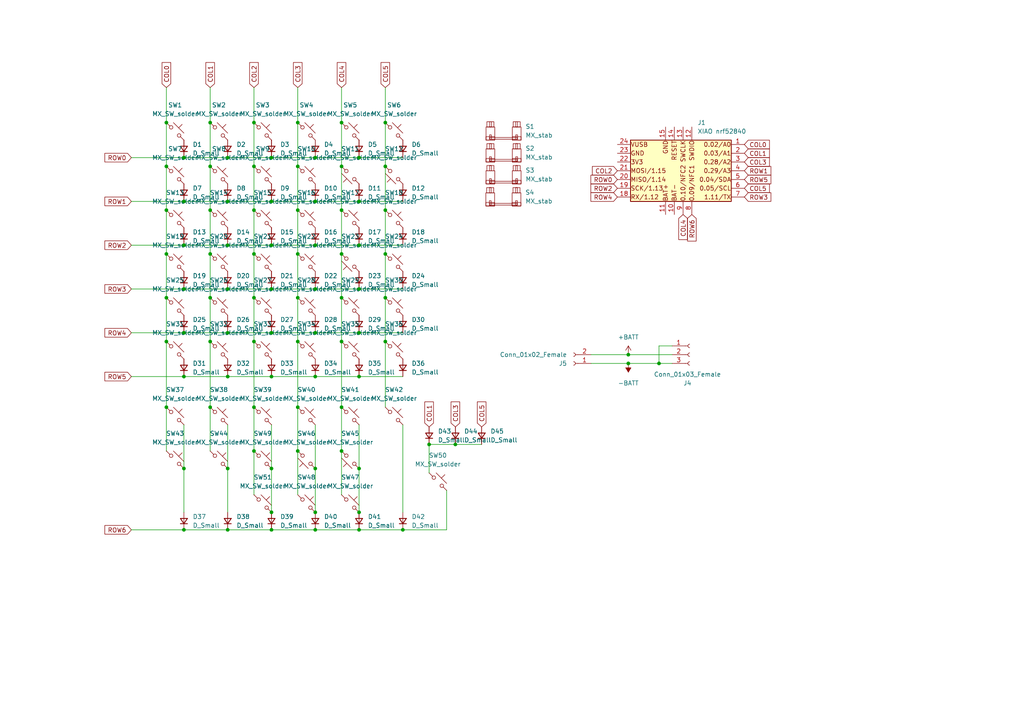
<source format=kicad_sch>
(kicad_sch (version 20211123) (generator eeschema)
  (paper "A4")
  (lib_symbols
    (symbol "Connector:Conn_01x02_Female" (pin_names (offset 1.016) hide)
      (property "Reference" "J" (at 0 2.54 0))
      (property "Value" "Conn_01x02_Female" (at 0 -5.08 0))
      (symbol "Conn_01x02_Female_1_1"
        (arc (start 0 -2.032) (mid -0.508 -2.54) (end 0 -3.048) (stroke (width 0.1524)))
        (polyline (pts (xy -1.27 -2.54) (xy -0.508 -2.54)) (stroke (width 0.1524)))
        (polyline (pts (xy -1.27 0) (xy -0.508 0)) (stroke (width 0.1524)))
        (arc (start 0 0.508) (mid -0.508 0) (end 0 -0.508) (stroke (width 0.1524)))
        (pin passive line (at -5.08 0 0) (length 3.81) (name "Pin_1") (number "1"))
        (pin passive line (at -5.08 -2.54 0) (length 3.81) (name "Pin_2") (number "2"))
      )
    )
    (symbol "Connector:Conn_01x03_Female" (pin_names (offset 1.016) hide)
      (property "Reference" "J" (at 0 5.08 0))
      (property "Value" "Conn_01x03_Female" (at 0 -5.08 0))
      (symbol "Conn_01x03_Female_1_1"
        (arc (start 0 -2.032) (mid -0.508 -2.54) (end 0 -3.048) (stroke (width 0.1524)))
        (polyline (pts (xy -1.27 -2.54) (xy -0.508 -2.54)) (stroke (width 0.1524)))
        (polyline (pts (xy -1.27 0) (xy -0.508 0)) (stroke (width 0.1524)))
        (polyline (pts (xy -1.27 2.54) (xy -0.508 2.54)) (stroke (width 0.1524)))
        (arc (start 0 0.508) (mid -0.508 0) (end 0 -0.508) (stroke (width 0.1524)))
        (arc (start 0 3.048) (mid -0.508 2.54) (end 0 2.032) (stroke (width 0.1524)))
        (pin passive line (at -5.08 2.54 0) (length 3.81) (name "Pin_1") (number "1"))
        (pin passive line (at -5.08 0 0) (length 3.81) (name "Pin_2") (number "2"))
        (pin passive line (at -5.08 -2.54 0) (length 3.81) (name "Pin_3") (number "3"))
      )
    )
    (symbol "Device:D_Small" (pin_numbers hide) (pin_names (offset 0.254) hide)
      (property "Reference" "D" (at -1.27 2.032 0))
      (property "Value" "D_Small" (at -3.81 -2.032 0))
      (symbol "D_Small_0_1"
        (polyline (pts (xy -0.762 -1.016) (xy -0.762 1.016)) (stroke (width 0.254)))
        (polyline (pts (xy -0.762 0) (xy 0.762 0)))
        (polyline (pts (xy 0.762 -1.016) (xy -0.762 0) (xy 0.762 1.016) (xy 0.762 -1.016)) (stroke (width 0.254)))
      )
      (symbol "D_Small_1_1"
        (pin passive line (at -2.54 0 0) (length 1.778) (name "K") (number "1"))
        (pin passive line (at 2.54 0 180) (length 1.778) (name "A") (number "2"))
      )
    )
    (symbol "kiserdesigns:XIAO nrf52840" (pin_names (offset 1.016) hide)
      (property "Reference" "J1" (at -5.08 19.05 0))
      (property "Value" "XIAO nrf52840" (at -21.59 16.51 0))
      (symbol "XIAO nrf52840_0_0"
        (text "0.02/A0" (at -15.24 12.7 0) (effects (font (size 1.27 1.27)) (justify left)))
        (text "0.03/A1" (at -15.24 10.16 0) (effects (font (size 1.27 1.27)) (justify left)))
        (text "0.04/SDA" (at -15.24 2.54 0) (effects (font (size 1.27 1.27)) (justify left)))
        (text "0.05/SCL" (at -15.24 0 0) (effects (font (size 1.27 1.27)) (justify left)))
        (text "0.09/NFC1" (at -3.81 -3.81 900) (effects (font (size 1.27 1.27)) (justify left)))
        (text "0.10/NFC2" (at -1.27 -3.81 900) (effects (font (size 1.27 1.27)) (justify left)))
        (text "0.28/A2" (at -15.24 7.62 0) (effects (font (size 1.27 1.27)) (justify left)))
        (text "0.29/A3" (at -15.24 5.08 0) (effects (font (size 1.27 1.27)) (justify left)))
        (text "1.11/TX" (at -15.24 -2.54 0) (effects (font (size 1.27 1.27)) (justify left)))
        (text "3V3" (at 13.97 7.62 0) (effects (font (size 1.27 1.27)) (justify right)))
        (text "BAT+" (at 3.81 -3.81 900) (effects (font (size 1.27 1.27)) (justify left)))
        (text "BAT-" (at 1.27 -3.81 900) (effects (font (size 1.27 1.27)) (justify left)))
        (text "GND" (at 3.81 13.97 900) (effects (font (size 1.27 1.27)) (justify right)))
        (text "GND" (at 13.97 10.16 0) (effects (font (size 1.27 1.27)) (justify right)))
        (text "MISO/1.14" (at 13.97 2.54 0) (effects (font (size 1.27 1.27)) (justify right)))
        (text "MOSI/1.15" (at 13.97 5.08 0) (effects (font (size 1.27 1.27)) (justify right)))
        (text "RESET" (at 1.27 13.97 900) (effects (font (size 1.27 1.27)) (justify right)))
        (text "RX/1.12" (at 13.97 -2.54 0) (effects (font (size 1.27 1.27)) (justify right)))
        (text "SCK/1.13" (at 13.97 0 0) (effects (font (size 1.27 1.27)) (justify right)))
        (text "SWCLK" (at -1.27 13.97 900) (effects (font (size 1.27 1.27)) (justify right)))
        (text "SWDIO" (at -3.81 13.97 900) (effects (font (size 1.27 1.27)) (justify right)))
        (text "VUSB" (at 13.97 12.7 0) (effects (font (size 1.27 1.27)) (justify right)))
      )
      (symbol "XIAO nrf52840_1_1"
        (rectangle (start -15.24 13.97) (end 13.97 -3.81) (stroke (width 0.254)) (fill (type background)))
        (pin passive line (at -19.05 12.7 0) (length 3.81) (name "Pin_1") (number "1"))
        (pin passive line (at 1.27 -7.62 90) (length 3.81) (name "Pin_10") (number "10"))
        (pin passive line (at 3.81 -7.62 90) (length 3.81) (name "Pin_11") (number "11"))
        (pin passive line (at -3.81 17.78 270) (length 3.81) (name "Pin_12") (number "12"))
        (pin passive line (at -1.27 17.78 270) (length 3.81) (name "Pin_13") (number "13"))
        (pin passive line (at 1.27 17.78 270) (length 3.81) (name "Pin_14") (number "14"))
        (pin passive line (at 3.81 17.78 270) (length 3.81) (name "Pin_15") (number "15"))
        (pin passive line (at 17.78 -2.54 180) (length 3.81) (name "Pin_18") (number "18"))
        (pin passive line (at 17.78 0 180) (length 3.81) (name "Pin_19") (number "19"))
        (pin passive line (at -19.05 10.16 0) (length 3.81) (name "Pin_2") (number "2"))
        (pin passive line (at 17.78 2.54 180) (length 3.81) (name "Pin_20") (number "20"))
        (pin passive line (at 17.78 5.08 180) (length 3.81) (name "Pin_21") (number "21"))
        (pin passive line (at 17.78 7.62 180) (length 3.81) (name "Pin_22") (number "22"))
        (pin passive line (at 17.78 10.16 180) (length 3.81) (name "Pin_23") (number "23"))
        (pin passive line (at 17.78 12.7 180) (length 3.81) (name "Pin_24") (number "24"))
        (pin passive line (at -19.05 7.62 0) (length 3.81) (name "Pin_3") (number "3"))
        (pin passive line (at -19.05 5.08 0) (length 3.81) (name "Pin_4") (number "4"))
        (pin passive line (at -19.05 2.54 0) (length 3.81) (name "Pin_5") (number "5"))
        (pin passive line (at -19.05 0 0) (length 3.81) (name "Pin_6") (number "6"))
        (pin passive line (at -19.05 -2.54 0) (length 3.81) (name "Pin_7") (number "7"))
        (pin passive line (at -3.81 -7.62 90) (length 3.81) (name "Pin_8") (number "8"))
        (pin passive line (at -1.27 -7.62 90) (length 3.81) (name "Pin_9") (number "9"))
      )
    )
    (symbol "marbastlib-mx:MX_SW_solder" (pin_numbers hide) (pin_names (offset 1.016) hide)
      (property "Reference" "SW" (at 3.048 1.016 0))
      (property "Value" "MX_SW_solder" (at 0 -3.81 0))
      (symbol "MX_SW_solder_0_1"
        (circle (center -1.1684 1.1684) (radius 0.508))
        (polyline (pts (xy -0.508 2.54) (xy 2.54 -0.508)))
        (polyline (pts (xy 1.016 1.016) (xy 2.032 2.032)))
        (polyline (pts (xy -2.54 2.54) (xy -1.524 1.524) (xy -1.524 1.524)))
        (polyline (pts (xy 1.524 -1.524) (xy 2.54 -2.54) (xy 2.54 -2.54) (xy 2.54 -2.54)))
        (circle (center 1.143 -1.1938) (radius 0.508))
        (pin passive line (at -2.54 2.54 0) (length 0) (name "1") (number "1"))
        (pin passive line (at 2.54 -2.54 180) (length 0) (name "2") (number "2"))
      )
    )
    (symbol "marbastlib-mx:MX_stab" (pin_names (offset 1.016))
      (property "Reference" "S" (at -5.08 6.35 0))
      (property "Value" "MX_stab" (at -5.08 3.81 0))
      (symbol "MX_stab_0_1"
        (rectangle (start -5.08 -1.524) (end -2.54 -2.54))
        (rectangle (start -5.08 1.27) (end -2.54 -2.54))
        (rectangle (start -4.826 2.794) (end -2.794 1.27))
        (rectangle (start -4.064 -2.286) (end -3.556 -1.016))
        (rectangle (start -4.064 -1.778) (end 4.064 -2.286))
        (rectangle (start -4.064 1.27) (end -3.556 2.794))
        (rectangle (start 2.54 -1.524) (end 5.08 -2.54))
        (rectangle (start 2.54 1.27) (end 5.08 -2.54))
        (rectangle (start 2.794 2.794) (end 4.826 1.27))
        (rectangle (start 3.556 1.27) (end 4.064 2.794))
        (rectangle (start 4.064 -2.286) (end 3.556 -1.016))
      )
    )
    (symbol "power:+BATT" (power) (pin_names (offset 0))
      (property "Value" "+BATT" (at 0 3.556 0))
      (symbol "+BATT_0_1"
        (polyline (pts (xy -0.762 1.27) (xy 0 2.54)))
        (polyline (pts (xy 0 0) (xy 0 2.54)))
        (polyline (pts (xy 0 2.54) (xy 0.762 1.27)))
      )
      (symbol "+BATT_1_1"
        (pin power_in line (at 0 0 90) (length 0) hide (name "+BATT") (number "1"))
      )
    )
    (symbol "power:-BATT" (power) (pin_names (offset 0))
      (property "Value" "-BATT" (at 0 3.556 0))
      (symbol "-BATT_0_1"
        (polyline (pts (xy 0 0) (xy 0 2.54)))
        (polyline (pts (xy 0.762 1.27) (xy -0.762 1.27) (xy 0 2.54) (xy 0.762 1.27)) (fill (type outline)))
      )
      (symbol "-BATT_1_1"
        (pin power_in line (at 0 0 90) (length 0) hide (name "-BATT") (number "1"))
      )
    )
  )
  (junction (at 66.04 58.42))
  (junction (at 73.66 130.81))
  (junction (at 66.04 109.22))
  (junction (at 91.44 58.42))
  (junction (at 73.66 86.36))
  (junction (at 73.66 118.11))
  (junction (at 111.76 48.26))
  (junction (at 73.66 35.56))
  (junction (at 60.96 60.96))
  (junction (at 86.36 60.96))
  (junction (at 91.44 96.52))
  (junction (at 48.26 35.56))
  (junction (at 91.44 83.82))
  (junction (at 86.36 35.56))
  (junction (at 111.76 86.36))
  (junction (at 60.96 48.26))
  (junction (at 78.74 153.67))
  (junction (at 99.06 86.36))
  (junction (at 91.44 148.59))
  (junction (at 91.44 109.22))
  (junction (at 104.14 58.42))
  (junction (at 91.44 135.89))
  (junction (at 78.74 58.42))
  (junction (at 78.74 96.52))
  (junction (at 53.34 83.82))
  (junction (at 91.44 153.67))
  (junction (at 78.74 83.82))
  (junction (at 111.76 99.06))
  (junction (at 124.46 128.905))
  (junction (at 99.06 130.81))
  (junction (at 60.96 73.66))
  (junction (at 104.14 71.12))
  (junction (at 104.14 96.52))
  (junction (at 111.76 60.96))
  (junction (at 60.96 35.56))
  (junction (at 104.14 109.22))
  (junction (at 66.04 135.89))
  (junction (at 53.34 135.89))
  (junction (at 116.84 153.67))
  (junction (at 91.44 71.12))
  (junction (at 99.06 48.26))
  (junction (at 66.04 71.12))
  (junction (at 78.74 135.89))
  (junction (at 182.245 105.41))
  (junction (at 53.34 109.22))
  (junction (at 60.96 99.06))
  (junction (at 78.74 109.22))
  (junction (at 91.44 45.72))
  (junction (at 99.06 60.96))
  (junction (at 78.74 45.72))
  (junction (at 86.36 99.06))
  (junction (at 73.66 99.06))
  (junction (at 73.66 48.26))
  (junction (at 99.06 35.56))
  (junction (at 86.36 118.11))
  (junction (at 86.36 48.26))
  (junction (at 73.66 60.96))
  (junction (at 99.06 99.06))
  (junction (at 53.34 153.67))
  (junction (at 104.14 135.89))
  (junction (at 53.34 71.12))
  (junction (at 66.04 96.52))
  (junction (at 66.04 45.72))
  (junction (at 104.14 45.72))
  (junction (at 53.34 96.52))
  (junction (at 78.74 71.12))
  (junction (at 99.06 73.66))
  (junction (at 66.04 83.82))
  (junction (at 73.66 73.66))
  (junction (at 111.76 73.66))
  (junction (at 104.14 148.59))
  (junction (at 86.36 130.81))
  (junction (at 60.96 86.36))
  (junction (at 53.34 58.42))
  (junction (at 86.36 86.36))
  (junction (at 66.04 153.67))
  (junction (at 182.245 102.87))
  (junction (at 48.26 60.96))
  (junction (at 48.26 118.11))
  (junction (at 48.26 99.06))
  (junction (at 111.76 35.56))
  (junction (at 53.34 45.72))
  (junction (at 99.06 118.11))
  (junction (at 78.74 148.59))
  (junction (at 48.26 86.36))
  (junction (at 48.26 73.66))
  (junction (at 104.14 83.82))
  (junction (at 60.96 118.11))
  (junction (at 132.08 128.905))
  (junction (at 48.26 48.26))
  (junction (at 191.135 105.41))
  (junction (at 104.14 153.67))
  (junction (at 86.36 73.66))
  (wire (pts (xy 99.06 86.36) (xy 99.06 99.06)))
  (wire (pts (xy 60.96 73.66) (xy 60.96 86.36)))
  (wire (pts (xy 86.36 130.81) (xy 86.36 143.51)))
  (wire (pts (xy 86.36 99.06) (xy 86.36 118.11)))
  (wire (pts (xy 60.96 99.06) (xy 60.96 118.11)))
  (wire (pts (xy 78.74 71.12) (xy 91.44 71.12)))
  (wire (pts (xy 48.26 48.26) (xy 48.26 60.96)))
  (wire (pts (xy 66.04 45.72) (xy 78.74 45.72)))
  (wire (pts (xy 104.14 96.52) (xy 116.84 96.52)))
  (wire (pts (xy 104.14 71.12) (xy 116.84 71.12)))
  (wire (pts (xy 73.66 60.96) (xy 73.66 73.66)))
  (wire (pts (xy 91.44 58.42) (xy 104.14 58.42)))
  (wire (pts (xy 86.36 73.66) (xy 86.36 86.36)))
  (wire (pts (xy 53.34 153.67) (xy 66.04 153.67)))
  (wire (pts (xy 104.14 45.72) (xy 116.84 45.72)))
  (wire (pts (xy 91.44 83.82) (xy 104.14 83.82)))
  (wire (pts (xy 66.04 153.67) (xy 78.74 153.67)))
  (wire (pts (xy 53.34 109.22) (xy 66.04 109.22)))
  (wire (pts (xy 91.44 153.67) (xy 104.14 153.67)))
  (wire (pts (xy 129.54 142.24) (xy 129.54 153.67)))
  (wire (pts (xy 73.66 25.4) (xy 73.66 35.56)))
  (wire (pts (xy 48.26 60.96) (xy 48.26 73.66)))
  (wire (pts (xy 111.76 86.36) (xy 111.76 99.06)))
  (wire (pts (xy 78.74 109.22) (xy 91.44 109.22)))
  (wire (pts (xy 86.36 60.96) (xy 86.36 73.66)))
  (wire (pts (xy 66.04 135.89) (xy 66.04 148.59)))
  (wire (pts (xy 48.26 86.36) (xy 48.26 99.06)))
  (wire (pts (xy 86.36 25.4) (xy 86.36 35.56)))
  (wire (pts (xy 78.74 45.72) (xy 91.44 45.72)))
  (wire (pts (xy 48.26 118.11) (xy 48.26 130.81)))
  (wire (pts (xy 91.44 109.22) (xy 104.14 109.22)))
  (wire (pts (xy 91.44 45.72) (xy 104.14 45.72)))
  (wire (pts (xy 48.26 99.06) (xy 48.26 118.11)))
  (wire (pts (xy 116.84 153.67) (xy 129.54 153.67)))
  (wire (pts (xy 191.135 105.41) (xy 182.245 105.41)))
  (wire (pts (xy 99.06 48.26) (xy 99.06 60.96)))
  (wire (pts (xy 104.14 135.89) (xy 104.14 148.59)))
  (wire (pts (xy 73.66 99.06) (xy 73.66 118.11)))
  (wire (pts (xy 111.76 48.26) (xy 111.76 60.96)))
  (wire (pts (xy 91.44 135.89) (xy 91.44 148.59)))
  (wire (pts (xy 38.1 96.52) (xy 53.34 96.52)))
  (wire (pts (xy 78.74 96.52) (xy 91.44 96.52)))
  (wire (pts (xy 78.74 83.82) (xy 91.44 83.82)))
  (wire (pts (xy 124.46 128.905) (xy 124.46 137.16)))
  (wire (pts (xy 66.04 96.52) (xy 78.74 96.52)))
  (wire (pts (xy 48.26 25.4) (xy 48.26 35.56)))
  (wire (pts (xy 104.14 58.42) (xy 116.84 58.42)))
  (wire (pts (xy 99.06 60.96) (xy 99.06 73.66)))
  (wire (pts (xy 66.04 71.12) (xy 78.74 71.12)))
  (wire (pts (xy 73.66 35.56) (xy 73.66 48.26)))
  (wire (pts (xy 116.84 123.19) (xy 116.84 148.59)))
  (wire (pts (xy 111.76 25.4) (xy 111.76 35.56)))
  (wire (pts (xy 73.66 118.11) (xy 73.66 130.81)))
  (wire (pts (xy 53.34 135.89) (xy 53.34 148.59)))
  (wire (pts (xy 99.06 130.81) (xy 99.06 143.51)))
  (wire (pts (xy 53.34 71.12) (xy 66.04 71.12)))
  (wire (pts (xy 38.1 109.22) (xy 53.34 109.22)))
  (wire (pts (xy 86.36 118.11) (xy 86.36 130.81)))
  (wire (pts (xy 91.44 123.19) (xy 91.44 135.89)))
  (wire (pts (xy 38.1 71.12) (xy 53.34 71.12)))
  (wire (pts (xy 111.76 35.56) (xy 111.76 48.26)))
  (wire (pts (xy 53.34 123.19) (xy 53.34 135.89)))
  (wire (pts (xy 78.74 58.42) (xy 91.44 58.42)))
  (wire (pts (xy 104.14 123.19) (xy 104.14 135.89)))
  (wire (pts (xy 104.14 83.82) (xy 116.84 83.82)))
  (wire (pts (xy 73.66 73.66) (xy 73.66 86.36)))
  (wire (pts (xy 99.06 118.11) (xy 99.06 130.81)))
  (wire (pts (xy 73.66 48.26) (xy 73.66 60.96)))
  (wire (pts (xy 53.34 83.82) (xy 66.04 83.82)))
  (wire (pts (xy 99.06 73.66) (xy 99.06 86.36)))
  (wire (pts (xy 78.74 135.89) (xy 78.74 148.59)))
  (wire (pts (xy 78.74 153.67) (xy 91.44 153.67)))
  (wire (pts (xy 91.44 96.52) (xy 104.14 96.52)))
  (wire (pts (xy 38.1 153.67) (xy 53.34 153.67)))
  (wire (pts (xy 171.45 102.87) (xy 182.245 102.87)))
  (wire (pts (xy 38.1 45.72) (xy 53.34 45.72)))
  (wire (pts (xy 73.66 86.36) (xy 73.66 99.06)))
  (wire (pts (xy 53.34 96.52) (xy 66.04 96.52)))
  (wire (pts (xy 191.135 100.33) (xy 191.135 105.41)))
  (wire (pts (xy 111.76 99.06) (xy 111.76 118.11)))
  (wire (pts (xy 91.44 71.12) (xy 104.14 71.12)))
  (wire (pts (xy 124.46 128.905) (xy 132.08 128.905)))
  (wire (pts (xy 86.36 86.36) (xy 86.36 99.06)))
  (wire (pts (xy 48.26 73.66) (xy 48.26 86.36)))
  (wire (pts (xy 182.245 102.87) (xy 194.945 102.87)))
  (wire (pts (xy 60.96 118.11) (xy 60.96 130.81)))
  (wire (pts (xy 53.34 45.72) (xy 66.04 45.72)))
  (wire (pts (xy 194.945 100.33) (xy 191.135 100.33)))
  (wire (pts (xy 60.96 48.26) (xy 60.96 60.96)))
  (wire (pts (xy 66.04 109.22) (xy 78.74 109.22)))
  (wire (pts (xy 66.04 123.19) (xy 66.04 135.89)))
  (wire (pts (xy 73.66 130.81) (xy 73.66 143.51)))
  (wire (pts (xy 182.245 105.41) (xy 171.45 105.41)))
  (wire (pts (xy 99.06 35.56) (xy 99.06 48.26)))
  (wire (pts (xy 66.04 58.42) (xy 78.74 58.42)))
  (wire (pts (xy 86.36 48.26) (xy 86.36 60.96)))
  (wire (pts (xy 53.34 58.42) (xy 66.04 58.42)))
  (wire (pts (xy 104.14 109.22) (xy 116.84 109.22)))
  (wire (pts (xy 132.08 128.905) (xy 139.7 128.905)))
  (wire (pts (xy 60.96 25.4) (xy 60.96 35.56)))
  (wire (pts (xy 60.96 35.56) (xy 60.96 48.26)))
  (wire (pts (xy 66.04 83.82) (xy 78.74 83.82)))
  (wire (pts (xy 38.1 58.42) (xy 53.34 58.42)))
  (wire (pts (xy 111.76 73.66) (xy 111.76 86.36)))
  (wire (pts (xy 99.06 99.06) (xy 99.06 118.11)))
  (wire (pts (xy 78.74 123.19) (xy 78.74 135.89)))
  (wire (pts (xy 48.26 35.56) (xy 48.26 48.26)))
  (wire (pts (xy 191.135 105.41) (xy 194.945 105.41)))
  (wire (pts (xy 111.76 60.96) (xy 111.76 73.66)))
  (wire (pts (xy 38.1 83.82) (xy 53.34 83.82)))
  (wire (pts (xy 60.96 86.36) (xy 60.96 99.06)))
  (wire (pts (xy 104.14 153.67) (xy 116.84 153.67)))
  (wire (pts (xy 99.06 25.4) (xy 99.06 35.56)))
  (wire (pts (xy 86.36 35.56) (xy 86.36 48.26)))
  (wire (pts (xy 60.96 60.96) (xy 60.96 73.66)))
  (global_label "COL0" (shape input) (at 48.26 25.4 90) (property "Intersheet References" "${INTERSHEET_REFS}" (effects hide)))
  (global_label "COL3" (shape input) (at 132.08 123.825 90) (property "Intersheet References" "${INTERSHEET_REFS}" (effects hide)))
  (global_label "COL1" (shape input) (at 60.96 25.4 90) (property "Intersheet References" "${INTERSHEET_REFS}" (effects hide)))
  (global_label "ROW5" (shape input) (at 215.9 52.07 0) (property "Intersheet References" "${INTERSHEET_REFS}" (effects hide)))
  (global_label "ROW2" (shape input) (at 38.1 71.12 180) (property "Intersheet References" "${INTERSHEET_REFS}" (effects hide)))
  (global_label "ROW0" (shape input) (at 179.07 52.07 180) (property "Intersheet References" "${INTERSHEET_REFS}" (effects hide)))
  (global_label "COL3" (shape input) (at 86.36 25.4 90) (property "Intersheet References" "${INTERSHEET_REFS}" (effects hide)))
  (global_label "ROW0" (shape input) (at 38.1 45.72 180) (property "Intersheet References" "${INTERSHEET_REFS}" (effects hide)))
  (global_label "ROW6" (shape input) (at 200.66 62.23 270) (property "Intersheet References" "${INTERSHEET_REFS}" (effects hide)))
  (global_label "ROW1" (shape input) (at 38.1 58.42 180) (property "Intersheet References" "${INTERSHEET_REFS}" (effects hide)))
  (global_label "ROW2" (shape input) (at 179.07 54.61 180) (property "Intersheet References" "${INTERSHEET_REFS}" (effects hide)))
  (global_label "ROW3" (shape input) (at 215.9 57.15 0) (property "Intersheet References" "${INTERSHEET_REFS}" (effects hide)))
  (global_label "ROW5" (shape input) (at 38.1 109.22 180) (property "Intersheet References" "${INTERSHEET_REFS}" (effects hide)))
  (global_label "COL2" (shape input) (at 73.66 25.4 90) (property "Intersheet References" "${INTERSHEET_REFS}" (effects hide)))
  (global_label "COL4" (shape input) (at 198.12 62.23 270) (property "Intersheet References" "${INTERSHEET_REFS}" (effects hide)))
  (global_label "ROW1" (shape input) (at 215.9 49.53 0) (property "Intersheet References" "${INTERSHEET_REFS}" (effects hide)))
  (global_label "COL5" (shape input) (at 111.76 25.4 90) (property "Intersheet References" "${INTERSHEET_REFS}" (effects hide)))
  (global_label "COL5" (shape input) (at 139.7 123.825 90) (property "Intersheet References" "${INTERSHEET_REFS}" (effects hide)))
  (global_label "COL5" (shape input) (at 215.9 54.61 0) (property "Intersheet References" "${INTERSHEET_REFS}" (effects hide)))
  (global_label "COL1" (shape input) (at 215.9 44.45 0) (property "Intersheet References" "${INTERSHEET_REFS}" (effects hide)))
  (global_label "ROW6" (shape input) (at 38.1 153.67 180) (property "Intersheet References" "${INTERSHEET_REFS}" (effects hide)))
  (global_label "COL3" (shape input) (at 215.9 46.99 0) (property "Intersheet References" "${INTERSHEET_REFS}" (effects hide)))
  (global_label "ROW4" (shape input) (at 38.1 96.52 180) (property "Intersheet References" "${INTERSHEET_REFS}" (effects hide)))
  (global_label "ROW4" (shape input) (at 179.07 57.15 180) (property "Intersheet References" "${INTERSHEET_REFS}" (effects hide)))
  (global_label "COL0" (shape input) (at 215.9 41.91 0) (property "Intersheet References" "${INTERSHEET_REFS}" (effects hide)))
  (global_label "COL1" (shape input) (at 124.46 123.825 90) (property "Intersheet References" "${INTERSHEET_REFS}" (effects hide)))
  (global_label "COL4" (shape input) (at 99.06 25.4 90) (property "Intersheet References" "${INTERSHEET_REFS}" (effects hide)))
  (global_label "COL2" (shape input) (at 179.07 49.53 180) (property "Intersheet References" "${INTERSHEET_REFS}" (effects hide)))
  (global_label "ROW3" (shape input) (at 38.1 83.82 180) (property "Intersheet References" "${INTERSHEET_REFS}" (effects hide)))
  (symbol (lib_id "Device:D_Small") (at 78.74 68.58 90) (unit 1)
    (property "Reference" "D15" (at 81.28 67.3099 90) (effects (justify right)))
    (property "Value" "D_Small" (at 81.28 69.8499 90) (effects (justify right)))
    (property "Footprint" "Diode_THT:D_A-405_P10.16mm_Horizontal" (effects hide))
  )
  (symbol (lib_id "Device:D_Small") (at 104.14 93.98 90) (unit 1)
    (property "Reference" "D29" (at 106.68 92.7099 90) (effects (justify right)))
    (property "Value" "D_Small" (at 106.68 95.2499 90) (effects (justify right)))
    (property "Footprint" "Diode_THT:D_A-405_P10.16mm_Horizontal" (effects hide))
  )
  (symbol (lib_id "Device:D_Small") (at 132.08 126.365 90) (unit 1)
    (property "Reference" "D44" (at 134.62 125.0949 90) (effects (justify right)))
    (property "Value" "D_Small" (at 134.62 127.6349 90) (effects (justify right)))
    (property "Footprint" "Diode_THT:D_A-405_P10.16mm_Horizontal" (effects hide))
  )
  (symbol (lib_id "marbastlib-mx:MX_SW_solder") (at 88.9 38.1 0) (unit 1)
    (property "Reference" "SW4" (at 88.9 30.48 0))
    (property "Value" "MX_SW_solder" (at 88.9 33.02 0))
    (property "Footprint" "marbastlib-mx:SW_MX_1u" (effects hide))
  )
  (symbol (lib_id "marbastlib-mx:MX_SW_solder") (at 101.6 63.5 0) (unit 1)
    (property "Reference" "SW17" (at 101.6 55.88 0))
    (property "Value" "MX_SW_solder" (at 101.6 58.42 0))
    (property "Footprint" "marbastlib-mx:SW_MX_1u" (effects hide))
  )
  (symbol (lib_id "marbastlib-mx:MX_SW_solder") (at 50.8 120.65 0) (unit 1)
    (property "Reference" "SW37" (at 50.8 113.03 0))
    (property "Value" "MX_SW_solder" (at 50.8 115.57 0))
    (property "Footprint" "marbastlib-mx:SW_MX_1u" (effects hide))
  )
  (symbol (lib_id "marbastlib-mx:MX_stab") (at 145.9962 57.2047 0) (unit 1)
    (property "Reference" "S4" (at 152.3462 55.8076 0) (effects (justify left)))
    (property "Value" "MX_stab" (at 152.3462 58.3476 0) (effects (justify left)))
    (property "Footprint" "marbastlib-mx:STAB_MX_P_3u" (effects hide))
  )
  (symbol (lib_id "marbastlib-mx:MX_SW_solder") (at 63.5 63.5 0) (unit 1)
    (property "Reference" "SW14" (at 63.5 55.88 0))
    (property "Value" "MX_SW_solder" (at 63.5 58.42 0))
    (property "Footprint" "marbastlib-mx:SW_MX_1u" (effects hide))
  )
  (symbol (lib_id "Device:D_Small") (at 66.04 93.98 90) (unit 1)
    (property "Reference" "D26" (at 68.58 92.7099 90) (effects (justify right)))
    (property "Value" "D_Small" (at 68.58 95.2499 90) (effects (justify right)))
    (property "Footprint" "Diode_THT:D_A-405_P10.16mm_Horizontal" (effects hide))
  )
  (symbol (lib_id "marbastlib-mx:MX_SW_solder") (at 50.8 50.8 0) (unit 1)
    (property "Reference" "SW7" (at 50.8 43.18 0))
    (property "Value" "MX_SW_solder" (at 50.8 45.72 0))
    (property "Footprint" "marbastlib-mx:SW_MX_1u" (effects hide))
  )
  (symbol (lib_id "marbastlib-mx:MX_SW_solder") (at 101.6 50.8 180) (unit 1)
    (property "Reference" "SW11" (at 101.6 43.18 0))
    (property "Value" "MX_SW_solder" (at 101.6 45.72 0))
    (property "Footprint" "marbastlib-mx:SW_MX_1u" (effects hide))
  )
  (symbol (lib_id "Device:D_Small") (at 104.14 55.88 90) (unit 1)
    (property "Reference" "D11" (at 106.68 54.6099 90) (effects (justify right)))
    (property "Value" "D_Small" (at 106.68 57.1499 90) (effects (justify right)))
    (property "Footprint" "Diode_THT:D_A-405_P10.16mm_Horizontal" (effects hide))
  )
  (symbol (lib_id "Device:D_Small") (at 78.74 81.28 90) (unit 1)
    (property "Reference" "D21" (at 81.28 80.0099 90) (effects (justify right)))
    (property "Value" "D_Small" (at 81.28 82.5499 90) (effects (justify right)))
    (property "Footprint" "Diode_THT:D_A-405_P10.16mm_Horizontal" (effects hide))
  )
  (symbol (lib_id "marbastlib-mx:MX_SW_solder") (at 88.9 120.65 0) (unit 1)
    (property "Reference" "SW40" (at 88.9 113.03 0))
    (property "Value" "MX_SW_solder" (at 88.9 115.57 0))
    (property "Footprint" "marbastlib-mx:SW_MX_1.75u" (effects hide))
  )
  (symbol (lib_id "marbastlib-mx:MX_SW_solder") (at 63.5 88.9 0) (unit 1)
    (property "Reference" "SW26" (at 63.5 81.28 0))
    (property "Value" "MX_SW_solder" (at 63.5 83.82 0))
    (property "Footprint" "marbastlib-mx:SW_MX_1u" (effects hide))
  )
  (symbol (lib_id "marbastlib-mx:MX_SW_solder") (at 50.8 88.9 0) (unit 1)
    (property "Reference" "SW25" (at 50.8 81.28 0))
    (property "Value" "MX_SW_solder" (at 50.8 83.82 0))
    (property "Footprint" "marbastlib-mx:SW_MX_1.75u" (effects hide))
  )
  (symbol (lib_id "marbastlib-mx:MX_SW_solder") (at 63.5 50.8 0) (unit 1)
    (property "Reference" "SW8" (at 63.5 43.18 0))
    (property "Value" "MX_SW_solder" (at 63.5 45.72 0))
    (property "Footprint" "marbastlib-mx:SW_MX_1u" (effects hide))
  )
  (symbol (lib_id "marbastlib-mx:MX_SW_solder") (at 88.9 101.6 0) (unit 1)
    (property "Reference" "SW34" (at 88.9 93.98 0))
    (property "Value" "MX_SW_solder" (at 88.9 96.52 0))
    (property "Footprint" "marbastlib-mx:SW_MX_1u" (effects hide))
  )
  (symbol (lib_id "marbastlib-mx:MX_SW_solder") (at 114.3 63.5 0) (unit 1)
    (property "Reference" "SW18" (at 114.3 55.88 0))
    (property "Value" "MX_SW_solder" (at 114.3 58.42 0))
    (property "Footprint" "marbastlib-mx:SW_MX_1u" (effects hide))
  )
  (symbol (lib_id "marbastlib-mx:MX_SW_solder") (at 101.6 133.35 180) (unit 1)
    (property "Reference" "SW45" (at 101.6 125.73 0))
    (property "Value" "MX_SW_solder" (at 101.6 128.27 0))
    (property "Footprint" "marbastlib-mx:SW_MX_1.5u" (effects hide))
  )
  (symbol (lib_id "marbastlib-mx:MX_SW_solder") (at 88.9 133.35 180) (unit 1)
    (property "Reference" "SW46" (at 88.9 125.73 0))
    (property "Value" "MX_SW_solder" (at 88.9 128.27 0))
    (property "Footprint" "marbastlib-mx:SW_MX_1.5u" (effects hide))
  )
  (symbol (lib_id "Device:D_Small") (at 91.44 55.88 90) (unit 1)
    (property "Reference" "D10" (at 93.98 54.6099 90) (effects (justify right)))
    (property "Value" "D_Small" (at 93.98 57.1499 90) (effects (justify right)))
    (property "Footprint" "Diode_THT:D_A-405_P10.16mm_Horizontal" (effects hide))
  )
  (symbol (lib_id "Device:D_Small") (at 53.34 93.98 90) (unit 1)
    (property "Reference" "D25" (at 55.88 92.7099 90) (effects (justify right)))
    (property "Value" "D_Small" (at 55.88 95.2499 90) (effects (justify right)))
    (property "Footprint" "Diode_THT:D_A-405_P10.16mm_Horizontal" (effects hide))
  )
  (symbol (lib_id "Device:D_Small") (at 66.04 81.28 90) (unit 1)
    (property "Reference" "D20" (at 68.58 80.0099 90) (effects (justify right)))
    (property "Value" "D_Small" (at 68.58 82.5499 90) (effects (justify right)))
    (property "Footprint" "Diode_THT:D_A-405_P10.16mm_Horizontal" (effects hide))
  )
  (symbol (lib_id "Device:D_Small") (at 116.84 106.68 90) (unit 1)
    (property "Reference" "D36" (at 119.38 105.4099 90) (effects (justify right)))
    (property "Value" "D_Small" (at 119.38 107.9499 90) (effects (justify right)))
    (property "Footprint" "Diode_THT:D_A-405_P10.16mm_Horizontal" (effects hide))
  )
  (symbol (lib_id "Device:D_Small") (at 91.44 106.68 90) (unit 1)
    (property "Reference" "D34" (at 93.98 105.4099 90) (effects (justify right)))
    (property "Value" "D_Small" (at 93.98 107.9499 90) (effects (justify right)))
    (property "Footprint" "Diode_THT:D_A-405_P10.16mm_Horizontal" (effects hide))
  )
  (symbol (lib_id "power:+BATT") (at 182.245 102.87 0) (unit 1)
    (property "Reference" "#PWR0102" (effects hide))
    (property "Value" "+BATT" (at 182.245 97.79 0))
  )
  (symbol (lib_id "Device:D_Small") (at 53.34 81.28 90) (unit 1)
    (property "Reference" "D19" (at 55.88 80.0099 90) (effects (justify right)))
    (property "Value" "D_Small" (at 55.88 82.5499 90) (effects (justify right)))
    (property "Footprint" "Diode_THT:D_A-405_P10.16mm_Horizontal" (effects hide))
  )
  (symbol (lib_id "Device:D_Small") (at 53.34 151.13 90) (unit 1)
    (property "Reference" "D37" (at 55.88 149.8599 90) (effects (justify right)))
    (property "Value" "D_Small" (at 55.88 152.3999 90) (effects (justify right)))
    (property "Footprint" "Diode_THT:D_A-405_P10.16mm_Horizontal" (effects hide))
  )
  (symbol (lib_id "marbastlib-mx:MX_SW_solder") (at 101.6 146.05 0) (unit 1)
    (property "Reference" "SW47" (at 101.6 138.43 0))
    (property "Value" "MX_SW_solder" (at 101.6 140.97 0))
    (property "Footprint" "marbastlib-mx:SW_MX_1u" (effects hide))
  )
  (symbol (lib_id "marbastlib-mx:MX_SW_solder") (at 127 139.7 0) (unit 1)
    (property "Reference" "SW50" (at 127 132.08 0))
    (property "Value" "MX_SW_solder" (at 127 134.62 0))
    (property "Footprint" "marbastlib-mx:SW_MX_1u" (effects hide))
  )
  (symbol (lib_id "marbastlib-mx:MX_SW_solder") (at 63.5 120.65 0) (unit 1)
    (property "Reference" "SW38" (at 63.5 113.03 0))
    (property "Value" "MX_SW_solder" (at 63.5 115.57 0))
    (property "Footprint" "marbastlib-mx:SW_MX_1.25u" (effects hide))
  )
  (symbol (lib_id "marbastlib-mx:MX_SW_solder") (at 88.9 63.5 0) (unit 1)
    (property "Reference" "SW16" (at 88.9 55.88 0))
    (property "Value" "MX_SW_solder" (at 88.9 58.42 0))
    (property "Footprint" "marbastlib-mx:SW_MX_1u" (effects hide))
  )
  (symbol (lib_id "marbastlib-mx:MX_SW_solder") (at 101.6 88.9 0) (unit 1)
    (property "Reference" "SW29" (at 101.6 81.28 0))
    (property "Value" "MX_SW_solder" (at 101.6 83.82 0))
    (property "Footprint" "marbastlib-mx:SW_MX_1u" (effects hide))
  )
  (symbol (lib_id "Device:D_Small") (at 66.04 151.13 90) (unit 1)
    (property "Reference" "D38" (at 68.58 149.8599 90) (effects (justify right)))
    (property "Value" "D_Small" (at 68.58 152.3999 90) (effects (justify right)))
    (property "Footprint" "Diode_THT:D_A-405_P10.16mm_Horizontal" (effects hide))
  )
  (symbol (lib_id "marbastlib-mx:MX_SW_solder") (at 76.2 120.65 0) (unit 1)
    (property "Reference" "SW39" (at 76.2 113.03 0))
    (property "Value" "MX_SW_solder" (at 76.2 115.57 0))
    (property "Footprint" "marbastlib-mx:SW_MX_1.75u" (effects hide))
  )
  (symbol (lib_id "Device:D_Small") (at 66.04 43.18 90) (unit 1)
    (property "Reference" "D2" (at 68.58 41.9099 90) (effects (justify right)))
    (property "Value" "D_Small" (at 68.58 44.4499 90) (effects (justify right)))
    (property "Footprint" "Diode_THT:D_A-405_P10.16mm_Horizontal" (effects hide))
  )
  (symbol (lib_id "Device:D_Small") (at 124.46 126.365 90) (unit 1)
    (property "Reference" "D43" (at 127 125.0949 90) (effects (justify right)))
    (property "Value" "D_Small" (at 127 127.6349 90) (effects (justify right)))
    (property "Footprint" "Diode_THT:D_A-405_P10.16mm_Horizontal" (effects hide))
  )
  (symbol (lib_id "kiserdesigns:XIAO nrf52840") (at 196.85 54.61 0) (mirror y) (unit 1)
    (property "Reference" "J1" (at 202.3111 35.56 0) (effects (justify right)))
    (property "Value" "XIAO nrf52840" (at 202.3111 38.1 0) (effects (justify right)))
    (property "Footprint" "kiserdesigns:XIAO_BLE_NEG" (effects hide))
  )
  (symbol (lib_id "marbastlib-mx:MX_SW_solder") (at 76.2 88.9 0) (unit 1)
    (property "Reference" "SW27" (at 76.2 81.28 0))
    (property "Value" "MX_SW_solder" (at 76.2 83.82 0))
    (property "Footprint" "marbastlib-mx:SW_MX_1u" (effects hide))
  )
  (symbol (lib_id "marbastlib-mx:MX_SW_solder") (at 76.2 50.8 0) (unit 1)
    (property "Reference" "SW9" (at 76.2 43.18 0))
    (property "Value" "MX_SW_solder" (at 76.2 45.72 0))
    (property "Footprint" "marbastlib-mx:SW_MX_1u" (effects hide))
  )
  (symbol (lib_id "Connector:Conn_01x02_Female") (at 166.37 105.41 180) (unit 1)
    (property "Reference" "J5" (at 164.465 105.4101 0) (effects (justify left)))
    (property "Value" "Conn_01x02_Female" (at 164.465 102.8701 0) (effects (justify left)))
    (property "Footprint" "Connector_JST:JST_PH_S2B-PH-K_1x02_P2.00mm_Horizontal" (effects hide))
  )
  (symbol (lib_id "Device:D_Small") (at 78.74 43.18 90) (unit 1)
    (property "Reference" "D3" (at 81.28 41.9099 90) (effects (justify right)))
    (property "Value" "D_Small" (at 81.28 44.4499 90) (effects (justify right)))
    (property "Footprint" "Diode_THT:D_A-405_P10.16mm_Horizontal" (effects hide))
  )
  (symbol (lib_id "marbastlib-mx:MX_stab") (at 146.05 44.45 0) (unit 1)
    (property "Reference" "S2" (at 152.4 43.0529 0) (effects (justify left)))
    (property "Value" "MX_stab" (at 152.4 45.5929 0) (effects (justify left)))
    (property "Footprint" "marbastlib-mx:STAB_MX_P_3u" (effects hide))
  )
  (symbol (lib_id "Device:D_Small") (at 53.34 68.58 90) (unit 1)
    (property "Reference" "D13" (at 55.88 67.3099 90) (effects (justify right)))
    (property "Value" "D_Small" (at 55.88 69.8499 90) (effects (justify right)))
    (property "Footprint" "Diode_THT:D_A-405_P10.16mm_Horizontal" (effects hide))
  )
  (symbol (lib_id "marbastlib-mx:MX_SW_solder") (at 50.8 63.5 0) (unit 1)
    (property "Reference" "SW13" (at 50.8 55.88 0))
    (property "Value" "MX_SW_solder" (at 50.8 58.42 0))
    (property "Footprint" "marbastlib-mx:SW_MX_1.25u" (effects hide))
  )
  (symbol (lib_id "Device:D_Small") (at 91.44 93.98 90) (unit 1)
    (property "Reference" "D28" (at 93.98 92.7099 90) (effects (justify right)))
    (property "Value" "D_Small" (at 93.98 95.2499 90) (effects (justify right)))
    (property "Footprint" "Diode_THT:D_A-405_P10.16mm_Horizontal" (effects hide))
  )
  (symbol (lib_id "Device:D_Small") (at 66.04 55.88 90) (unit 1)
    (property "Reference" "D8" (at 68.58 54.6099 90) (effects (justify right)))
    (property "Value" "D_Small" (at 68.58 57.1499 90) (effects (justify right)))
    (property "Footprint" "Diode_THT:D_A-405_P10.16mm_Horizontal" (effects hide))
  )
  (symbol (lib_id "marbastlib-mx:MX_SW_solder") (at 114.3 88.9 0) (unit 1)
    (property "Reference" "SW30" (at 114.3 81.28 0))
    (property "Value" "MX_SW_solder" (at 114.3 83.82 0))
    (property "Footprint" "marbastlib-mx:SW_MX_1u" (effects hide))
  )
  (symbol (lib_id "marbastlib-mx:MX_SW_solder") (at 114.3 101.6 0) (unit 1)
    (property "Reference" "SW36" (at 114.3 93.98 0))
    (property "Value" "MX_SW_solder" (at 114.3 96.52 0))
    (property "Footprint" "marbastlib-mx:SW_MX_1u" (effects hide))
  )
  (symbol (lib_id "Device:D_Small") (at 78.74 106.68 90) (unit 1)
    (property "Reference" "D33" (at 81.28 105.4099 90) (effects (justify right)))
    (property "Value" "D_Small" (at 81.28 107.9499 90) (effects (justify right)))
    (property "Footprint" "Diode_THT:D_A-405_P10.16mm_Horizontal" (effects hide))
  )
  (symbol (lib_id "Device:D_Small") (at 116.84 81.28 90) (unit 1)
    (property "Reference" "D24" (at 119.38 80.0099 90) (effects (justify right)))
    (property "Value" "D_Small" (at 119.38 82.5499 90) (effects (justify right)))
    (property "Footprint" "Diode_THT:D_A-405_P10.16mm_Horizontal" (effects hide))
  )
  (symbol (lib_id "Device:D_Small") (at 139.7 126.365 90) (unit 1)
    (property "Reference" "D45" (at 142.24 125.0949 90) (effects (justify right)))
    (property "Value" "D_Small" (at 142.24 127.6349 90) (effects (justify right)))
    (property "Footprint" "Diode_THT:D_A-405_P10.16mm_Horizontal" (effects hide))
  )
  (symbol (lib_id "marbastlib-mx:MX_SW_solder") (at 114.3 76.2 0) (unit 1)
    (property "Reference" "SW24" (at 114.3 68.58 0))
    (property "Value" "MX_SW_solder" (at 114.3 71.12 0))
    (property "Footprint" "marbastlib-mx:SW_MX_1.5u" (effects hide))
  )
  (symbol (lib_id "marbastlib-mx:MX_SW_solder") (at 101.6 101.6 0) (unit 1)
    (property "Reference" "SW35" (at 101.6 93.98 0))
    (property "Value" "MX_SW_solder" (at 101.6 96.52 0))
    (property "Footprint" "marbastlib-mx:SW_MX_1u" (effects hide))
  )
  (symbol (lib_id "marbastlib-mx:MX_SW_solder") (at 50.8 133.35 0) (unit 1)
    (property "Reference" "SW43" (at 50.8 125.73 0))
    (property "Value" "MX_SW_solder" (at 50.8 128.27 0))
    (property "Footprint" "marbastlib-mx:SW_MX_1.5u" (effects hide))
  )
  (symbol (lib_id "Device:D_Small") (at 116.84 151.13 90) (unit 1)
    (property "Reference" "D42" (at 119.38 149.8599 90) (effects (justify right)))
    (property "Value" "D_Small" (at 119.38 152.3999 90) (effects (justify right)))
    (property "Footprint" "Diode_THT:D_A-405_P10.16mm_Horizontal" (effects hide))
  )
  (symbol (lib_id "marbastlib-mx:MX_SW_solder") (at 63.5 76.2 0) (unit 1)
    (property "Reference" "SW20" (at 63.5 68.58 0))
    (property "Value" "MX_SW_solder" (at 63.5 71.12 0))
    (property "Footprint" "marbastlib-mx:SW_MX_1u" (effects hide))
  )
  (symbol (lib_id "Device:D_Small") (at 91.44 68.58 90) (unit 1)
    (property "Reference" "D16" (at 93.98 67.3099 90) (effects (justify right)))
    (property "Value" "D_Small" (at 93.98 69.8499 90) (effects (justify right)))
    (property "Footprint" "Diode_THT:D_A-405_P10.16mm_Horizontal" (effects hide))
  )
  (symbol (lib_id "marbastlib-mx:MX_SW_solder") (at 76.2 38.1 0) (unit 1)
    (property "Reference" "SW3" (at 76.2 30.48 0))
    (property "Value" "MX_SW_solder" (at 76.2 33.02 0))
    (property "Footprint" "marbastlib-mx:SW_MX_1u" (effects hide))
  )
  (symbol (lib_id "Device:D_Small") (at 104.14 81.28 90) (unit 1)
    (property "Reference" "D23" (at 106.68 80.0099 90) (effects (justify right)))
    (property "Value" "D_Small" (at 106.68 82.5499 90) (effects (justify right)))
    (property "Footprint" "Diode_THT:D_A-405_P10.16mm_Horizontal" (effects hide))
  )
  (symbol (lib_id "marbastlib-mx:MX_stab") (at 146.05 38.1 0) (unit 1)
    (property "Reference" "S1" (at 152.4 36.7029 0) (effects (justify left)))
    (property "Value" "MX_stab" (at 152.4 39.2429 0) (effects (justify left)))
    (property "Footprint" "marbastlib-mx:STAB_MX_P_2.75u" (effects hide))
  )
  (symbol (lib_id "Device:D_Small") (at 116.84 43.18 90) (unit 1)
    (property "Reference" "D6" (at 119.38 41.9099 90) (effects (justify right)))
    (property "Value" "D_Small" (at 119.38 44.4499 90) (effects (justify right)))
    (property "Footprint" "Diode_THT:D_A-405_P10.16mm_Horizontal" (effects hide))
  )
  (symbol (lib_id "Device:D_Small") (at 91.44 43.18 90) (unit 1)
    (property "Reference" "D4" (at 93.98 41.9099 90) (effects (justify right)))
    (property "Value" "D_Small" (at 93.98 44.4499 90) (effects (justify right)))
    (property "Footprint" "Diode_THT:D_A-405_P10.16mm_Horizontal" (effects hide))
  )
  (symbol (lib_id "marbastlib-mx:MX_stab") (at 146.05 50.8 0) (unit 1)
    (property "Reference" "S3" (at 152.4 49.4029 0) (effects (justify left)))
    (property "Value" "MX_stab" (at 152.4 51.9429 0) (effects (justify left)))
    (property "Footprint" "marbastlib-mx:STAB_MX_P_3u" (effects hide))
  )
  (symbol (lib_id "marbastlib-mx:MX_SW_solder") (at 63.5 101.6 0) (unit 1)
    (property "Reference" "SW32" (at 63.5 93.98 0))
    (property "Value" "MX_SW_solder" (at 63.5 96.52 0))
    (property "Footprint" "marbastlib-mx:SW_MX_1u" (effects hide))
  )
  (symbol (lib_id "Device:D_Small") (at 104.14 106.68 90) (unit 1)
    (property "Reference" "D35" (at 106.68 105.4099 90) (effects (justify right)))
    (property "Value" "D_Small" (at 106.68 107.9499 90) (effects (justify right)))
    (property "Footprint" "Diode_THT:D_A-405_P10.16mm_Horizontal" (effects hide))
  )
  (symbol (lib_id "marbastlib-mx:MX_SW_solder") (at 101.6 120.65 0) (unit 1)
    (property "Reference" "SW41" (at 101.6 113.03 0))
    (property "Value" "MX_SW_solder" (at 101.6 115.57 0))
    (property "Footprint" "marbastlib-mx:SW_MX_1.25u" (effects hide))
  )
  (symbol (lib_id "marbastlib-mx:MX_SW_solder") (at 114.3 120.65 0) (unit 1)
    (property "Reference" "SW42" (at 114.3 113.03 0))
    (property "Value" "MX_SW_solder" (at 114.3 115.57 0))
    (property "Footprint" "marbastlib-mx:SW_MX_1u" (effects hide))
  )
  (symbol (lib_id "marbastlib-mx:MX_SW_solder") (at 76.2 133.35 0) (unit 1)
    (property "Reference" "SW49" (at 76.2 125.73 0))
    (property "Value" "MX_SW_solder" (at 76.2 128.27 0))
    (property "Footprint" "marbastlib-mx:SW_MX_1u" (effects hide))
  )
  (symbol (lib_id "Device:D_Small") (at 104.14 43.18 90) (unit 1)
    (property "Reference" "D5" (at 106.68 41.9099 90) (effects (justify right)))
    (property "Value" "D_Small" (at 106.68 44.4499 90) (effects (justify right)))
    (property "Footprint" "Diode_THT:D_A-405_P10.16mm_Horizontal" (effects hide))
  )
  (symbol (lib_id "Device:D_Small") (at 78.74 93.98 90) (unit 1)
    (property "Reference" "D27" (at 81.28 92.7099 90) (effects (justify right)))
    (property "Value" "D_Small" (at 81.28 95.2499 90) (effects (justify right)))
    (property "Footprint" "Diode_THT:D_A-405_P10.16mm_Horizontal" (effects hide))
  )
  (symbol (lib_id "marbastlib-mx:MX_SW_solder") (at 76.2 76.2 0) (unit 1)
    (property "Reference" "SW21" (at 76.2 68.58 0))
    (property "Value" "MX_SW_solder" (at 76.2 71.12 0))
    (property "Footprint" "marbastlib-mx:SW_MX_1u" (effects hide))
  )
  (symbol (lib_id "Device:D_Small") (at 116.84 93.98 90) (unit 1)
    (property "Reference" "D30" (at 119.38 92.7099 90) (effects (justify right)))
    (property "Value" "D_Small" (at 119.38 95.2499 90) (effects (justify right)))
    (property "Footprint" "Diode_THT:D_A-405_P10.16mm_Horizontal" (effects hide))
  )
  (symbol (lib_id "marbastlib-mx:MX_SW_solder") (at 101.6 76.2 180) (unit 1)
    (property "Reference" "SW23" (at 101.6 68.58 0))
    (property "Value" "MX_SW_solder" (at 101.6 71.12 0))
    (property "Footprint" "marbastlib-mx:SW_MX_1u" (effects hide))
  )
  (symbol (lib_id "Device:D_Small") (at 66.04 68.58 90) (unit 1)
    (property "Reference" "D14" (at 68.58 67.3099 90) (effects (justify right)))
    (property "Value" "D_Small" (at 68.58 69.8499 90) (effects (justify right)))
    (property "Footprint" "Diode_THT:D_A-405_P10.16mm_Horizontal" (effects hide))
  )
  (symbol (lib_id "marbastlib-mx:MX_SW_solder") (at 50.8 38.1 0) (unit 1)
    (property "Reference" "SW1" (at 50.8 30.48 0))
    (property "Value" "MX_SW_solder" (at 50.8 33.02 0))
    (property "Footprint" "marbastlib-mx:SW_MX_1u" (effects hide))
  )
  (symbol (lib_id "Device:D_Small") (at 53.34 55.88 90) (unit 1)
    (property "Reference" "D7" (at 55.88 54.6099 90) (effects (justify right)))
    (property "Value" "D_Small" (at 55.88 57.1499 90) (effects (justify right)))
    (property "Footprint" "Diode_THT:D_A-405_P10.16mm_Horizontal" (effects hide))
  )
  (symbol (lib_id "marbastlib-mx:MX_SW_solder") (at 88.9 88.9 0) (unit 1)
    (property "Reference" "SW28" (at 88.9 81.28 0))
    (property "Value" "MX_SW_solder" (at 88.9 83.82 0))
    (property "Footprint" "marbastlib-mx:SW_MX_1u" (effects hide))
  )
  (symbol (lib_id "Device:D_Small") (at 91.44 81.28 90) (unit 1)
    (property "Reference" "D22" (at 93.98 80.0099 90) (effects (justify right)))
    (property "Value" "D_Small" (at 93.98 82.5499 90) (effects (justify right)))
    (property "Footprint" "Diode_THT:D_A-405_P10.16mm_Horizontal" (effects hide))
  )
  (symbol (lib_id "marbastlib-mx:MX_SW_solder") (at 76.2 101.6 0) (unit 1)
    (property "Reference" "SW33" (at 76.2 93.98 0))
    (property "Value" "MX_SW_solder" (at 76.2 96.52 0))
    (property "Footprint" "marbastlib-mx:SW_MX_1u" (effects hide))
  )
  (symbol (lib_id "Device:D_Small") (at 91.44 151.13 90) (unit 1)
    (property "Reference" "D40" (at 93.98 149.8599 90) (effects (justify right)))
    (property "Value" "D_Small" (at 93.98 152.3999 90) (effects (justify right)))
    (property "Footprint" "Diode_THT:D_A-405_P10.16mm_Horizontal" (effects hide))
  )
  (symbol (lib_id "Device:D_Small") (at 78.74 55.88 90) (unit 1)
    (property "Reference" "D9" (at 81.28 54.6099 90) (effects (justify right)))
    (property "Value" "D_Small" (at 81.28 57.1499 90) (effects (justify right)))
    (property "Footprint" "Diode_THT:D_A-405_P10.16mm_Horizontal" (effects hide))
  )
  (symbol (lib_id "marbastlib-mx:MX_SW_solder") (at 114.3 50.8 180) (unit 1)
    (property "Reference" "SW12" (at 114.3 43.18 0))
    (property "Value" "MX_SW_solder" (at 114.3 45.72 0))
    (property "Footprint" "marbastlib-mx:SW_MX_1.75u" (effects hide))
  )
  (symbol (lib_id "power:-BATT") (at 182.245 105.41 180) (unit 1)
    (property "Reference" "#PWR0101" (effects hide))
    (property "Value" "-BATT" (at 182.245 111.125 0))
  )
  (symbol (lib_id "Connector:Conn_01x03_Female") (at 200.025 102.87 0) (unit 1)
    (property "Reference" "J4" (at 199.39 111.125 0))
    (property "Value" "Conn_01x03_Female" (at 199.39 108.585 0))
    (property "Footprint" "Connector_JST:JST_PH_S3B-PH-K_1x03_P2.00mm_Horizontal" (effects hide))
  )
  (symbol (lib_id "Device:D_Small") (at 116.84 68.58 90) (unit 1)
    (property "Reference" "D18" (at 119.38 67.3099 90) (effects (justify right)))
    (property "Value" "D_Small" (at 119.38 69.8499 90) (effects (justify right)))
    (property "Footprint" "Diode_THT:D_A-405_P10.16mm_Horizontal" (effects hide))
  )
  (symbol (lib_id "marbastlib-mx:MX_SW_solder") (at 63.5 133.35 0) (unit 1)
    (property "Reference" "SW44" (at 63.5 125.73 0))
    (property "Value" "MX_SW_solder" (at 63.5 128.27 0))
    (property "Footprint" "marbastlib-mx:SW_MX_1.25u" (effects hide))
  )
  (symbol (lib_id "marbastlib-mx:MX_SW_solder") (at 76.2 63.5 0) (unit 1)
    (property "Reference" "SW15" (at 76.2 55.88 0))
    (property "Value" "MX_SW_solder" (at 76.2 58.42 0))
    (property "Footprint" "marbastlib-mx:SW_MX_1u" (effects hide))
  )
  (symbol (lib_id "marbastlib-mx:MX_SW_solder") (at 63.5 38.1 0) (unit 1)
    (property "Reference" "SW2" (at 63.5 30.48 0))
    (property "Value" "MX_SW_solder" (at 63.5 33.02 0))
    (property "Footprint" "marbastlib-mx:SW_MX_1u" (effects hide))
  )
  (symbol (lib_id "marbastlib-mx:MX_SW_solder") (at 50.8 76.2 0) (unit 1)
    (property "Reference" "SW19" (at 50.8 68.58 0))
    (property "Value" "MX_SW_solder" (at 50.8 71.12 0))
    (property "Footprint" "marbastlib-mx:SW_MX_1u" (effects hide))
  )
  (symbol (lib_id "marbastlib-mx:MX_SW_solder") (at 76.2 146.05 0) (unit 1)
    (property "Reference" "SW51" (at 76.2 138.43 0))
    (property "Value" "MX_SW_solder" (at 76.2 140.97 0))
    (property "Footprint" "marbastlib-mx:SW_MX_1u" (effects hide))
  )
  (symbol (lib_id "marbastlib-mx:MX_SW_solder") (at 88.9 76.2 0) (unit 1)
    (property "Reference" "SW22" (at 88.9 68.58 0))
    (property "Value" "MX_SW_solder" (at 88.9 71.12 0))
    (property "Footprint" "marbastlib-mx:SW_MX_1u" (effects hide))
  )
  (symbol (lib_id "Device:D_Small") (at 53.34 43.18 90) (unit 1)
    (property "Reference" "D1" (at 55.88 41.9099 90) (effects (justify right)))
    (property "Value" "D_Small" (at 55.88 44.4499 90) (effects (justify right)))
    (property "Footprint" "Diode_THT:D_A-405_P10.16mm_Horizontal" (effects hide))
  )
  (symbol (lib_id "marbastlib-mx:MX_SW_solder") (at 114.3 38.1 0) (unit 1)
    (property "Reference" "SW6" (at 114.3 30.48 0))
    (property "Value" "MX_SW_solder" (at 114.3 33.02 0))
    (property "Footprint" "marbastlib-mx:SW_MX_1u" (effects hide))
  )
  (symbol (lib_id "Device:D_Small") (at 53.34 106.68 90) (unit 1)
    (property "Reference" "D31" (at 55.88 105.4099 90) (effects (justify right)))
    (property "Value" "D_Small" (at 55.88 107.9499 90) (effects (justify right)))
    (property "Footprint" "Diode_THT:D_A-405_P10.16mm_Horizontal" (effects hide))
  )
  (symbol (lib_id "Device:D_Small") (at 66.04 106.68 90) (unit 1)
    (property "Reference" "D32" (at 68.58 105.4099 90) (effects (justify right)))
    (property "Value" "D_Small" (at 68.58 107.9499 90) (effects (justify right)))
    (property "Footprint" "Diode_THT:D_A-405_P10.16mm_Horizontal" (effects hide))
  )
  (symbol (lib_id "marbastlib-mx:MX_SW_solder") (at 50.8 101.6 0) (unit 1)
    (property "Reference" "SW31" (at 50.8 93.98 0))
    (property "Value" "MX_SW_solder" (at 50.8 96.52 0))
    (property "Footprint" "marbastlib-mx:SW_MX_1u" (effects hide))
  )
  (symbol (lib_id "Device:D_Small") (at 116.84 55.88 90) (unit 1)
    (property "Reference" "D12" (at 119.38 54.6099 90) (effects (justify right)))
    (property "Value" "D_Small" (at 119.38 57.1499 90) (effects (justify right)))
    (property "Footprint" "Diode_THT:D_A-405_P10.16mm_Horizontal" (effects hide))
  )
  (symbol (lib_id "marbastlib-mx:MX_SW_solder") (at 88.9 50.8 0) (unit 1)
    (property "Reference" "SW10" (at 88.9 43.18 0))
    (property "Value" "MX_SW_solder" (at 88.9 45.72 0))
    (property "Footprint" "marbastlib-mx:SW_MX_1u" (effects hide))
  )
  (symbol (lib_id "marbastlib-mx:MX_SW_solder") (at 88.9 146.05 0) (unit 1)
    (property "Reference" "SW48" (at 88.9 138.43 0))
    (property "Value" "MX_SW_solder" (at 88.9 140.97 0))
    (property "Footprint" "marbastlib-mx:SW_MX_1u" (effects hide))
  )
  (symbol (lib_id "Device:D_Small") (at 104.14 151.13 90) (unit 1)
    (property "Reference" "D41" (at 106.68 149.8599 90) (effects (justify right)))
    (property "Value" "D_Small" (at 106.68 152.3999 90) (effects (justify right)))
    (property "Footprint" "Diode_THT:D_A-405_P10.16mm_Horizontal" (effects hide))
  )
  (symbol (lib_id "Device:D_Small") (at 104.14 68.58 90) (unit 1)
    (property "Reference" "D17" (at 106.68 67.3099 90) (effects (justify right)))
    (property "Value" "D_Small" (at 106.68 69.8499 90) (effects (justify right)))
    (property "Footprint" "Diode_THT:D_A-405_P10.16mm_Horizontal" (effects hide))
  )
  (symbol (lib_id "marbastlib-mx:MX_SW_solder") (at 101.6 38.1 0) (unit 1)
    (property "Reference" "SW5" (at 101.6 30.48 0))
    (property "Value" "MX_SW_solder" (at 101.6 33.02 0))
    (property "Footprint" "marbastlib-mx:SW_MX_1u" (effects hide))
  )
  (symbol (lib_id "Device:D_Small") (at 78.74 151.13 90) (unit 1)
    (property "Reference" "D39" (at 81.28 149.8599 90) (effects (justify right)))
    (property "Value" "D_Small" (at 81.28 152.3999 90) (effects (justify right)))
    (property "Footprint" "Diode_THT:D_A-405_P10.16mm_Horizontal" (effects hide))
  )
)
</source>
